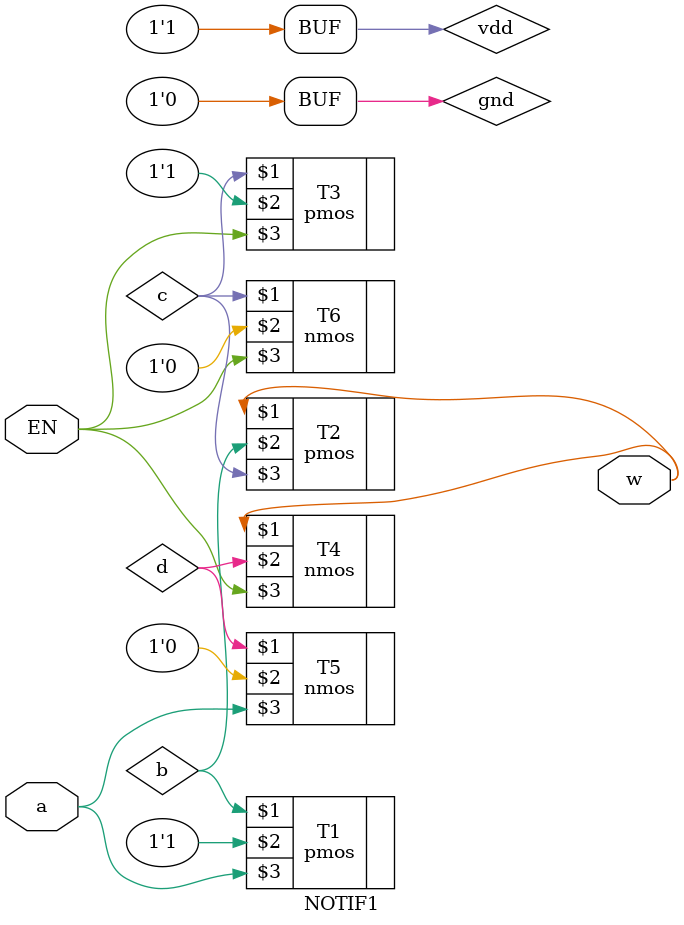
<source format=sv>
`timescale 1ns/1ns
module NOTIF1(input a,EN, output w);
	wire b,c,d;
	supply1 vdd;
	supply0 gnd;
	pmos#(5,6,7) T1(b,vdd,a);
	pmos#(5,6,7) T2(w,b,c);
	pmos#(5,6,7) T3(c,vdd,EN);
	nmos#(3,4,5) T4(w,d,EN);
	nmos#(3,4,5) T5(d,gnd,a);
	nmos#(3,4,5) T6(c,gnd,EN);
endmodule

</source>
